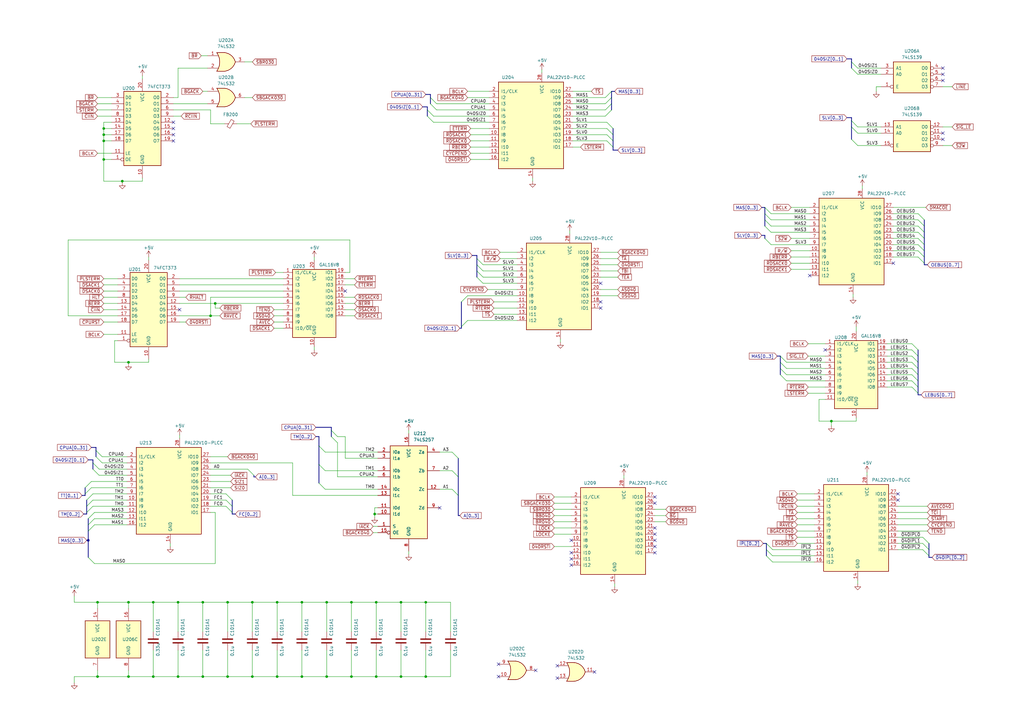
<source format=kicad_sch>
(kicad_sch (version 20230121) (generator eeschema)
  (paper "A3")
  (title_block (title "OpenA3640") (date "2023-09-13") (rev "1") (company "Griffin Retro"))
  (junction (at 93.345 277.495))
  (junction (at 340.995 172.72))
  (junction (at 174.625 277.495))
  (junction (at 52.705 247.015))
  (junction (at 154.305 277.495))
  (junction (at 42.545 57.785))
  (junction (at 103.505 277.495))
  (junction (at 52.705 148.59))
  (junction (at 50.165 74.295))
  (junction (at 103.505 247.015))
  (junction (at 40.005 277.495))
  (junction (at 144.145 247.015))
  (junction (at 42.545 52.705))
  (junction (at 164.465 277.495))
  (junction (at 62.865 247.015))
  (junction (at 83.185 277.495))
  (junction (at 36.195 221.615))
  (junction (at 153.67 210.82))
  (junction (at 40.005 247.015))
  (junction (at 144.145 277.495))
  (junction (at 62.865 277.495))
  (junction (at 42.545 65.405))
  (junction (at 73.025 277.495))
  (junction (at 154.305 247.015))
  (junction (at 86.36 129.54))
  (junction (at 88.265 124.46))
  (junction (at 123.825 247.015))
  (junction (at 42.545 55.245))
  (junction (at 113.665 247.015))
  (junction (at 73.025 247.015))
  (junction (at 133.985 247.015))
  (junction (at 133.985 277.495))
  (junction (at 83.185 247.015))
  (junction (at 113.665 277.495))
  (junction (at 52.705 277.495))
  (junction (at 123.825 277.495))
  (junction (at 164.465 247.015))
  (junction (at 174.625 247.015))
  (junction (at 93.345 247.015))
  (no_connect (at 246.38 116.205))
  (no_connect (at 228.6 273.05))
  (no_connect (at 386.715 57.15))
  (no_connect (at 268.605 203.835))
  (no_connect (at 71.12 50.165))
  (no_connect (at 268.605 224.155))
  (no_connect (at 243.84 275.59))
  (no_connect (at 180.34 208.28))
  (no_connect (at 268.605 226.695))
  (no_connect (at 234.315 231.775))
  (no_connect (at 219.71 274.955))
  (no_connect (at 368.3 205.105))
  (no_connect (at 368.3 202.565))
  (no_connect (at 268.605 219.075))
  (no_connect (at 246.38 126.365))
  (no_connect (at 234.315 229.235))
  (no_connect (at 268.605 206.375))
  (no_connect (at 71.12 57.785))
  (no_connect (at 366.395 107.95))
  (no_connect (at 386.715 33.02))
  (no_connect (at 338.455 143.51))
  (no_connect (at 332.105 113.03))
  (no_connect (at 204.47 272.415))
  (no_connect (at 268.605 216.535))
  (no_connect (at 71.12 55.245))
  (no_connect (at 73.66 127))
  (no_connect (at 268.605 221.615))
  (no_connect (at 71.12 52.705))
  (no_connect (at 386.715 30.48))
  (no_connect (at 246.38 123.825))
  (no_connect (at 141.605 119.38))
  (no_connect (at 234.315 226.695))
  (no_connect (at 386.715 54.61))
  (no_connect (at 386.715 27.94))
  (no_connect (at 204.47 277.495))
  (no_connect (at 228.6 278.13))
  (no_connect (at 234.315 221.615))
  (bus_entry (at 349.25 57.15) (size 2.54 2.54))
  (bus_entry (at 376.555 92.71) (size 2.54 2.54))
  (bus_entry (at 313.69 85.09) (size 2.54 2.54))
  (bus_entry (at 320.04 153.67) (size 2.54 2.54))
  (bus_entry (at 376.555 87.63) (size 2.54 2.54))
  (bus_entry (at 38.1 202.565) (size -2.54 2.54))
  (bus_entry (at 378.46 222.885) (size 2.54 2.54))
  (bus_entry (at 251.46 52.705) (size -2.54 -2.54))
  (bus_entry (at 374.015 143.51) (size 2.54 2.54))
  (bus_entry (at 250.825 42.545) (size -2.54 2.54))
  (bus_entry (at 175.26 45.085) (size 2.54 2.54))
  (bus_entry (at 176.53 42.545) (size 2.54 2.54))
  (bus_entry (at 92.71 207.645) (size 2.54 2.54))
  (bus_entry (at 189.23 123.825) (size 2.54 -2.54))
  (bus_entry (at 38.1 192.405) (size 2.54 2.54))
  (bus_entry (at 36.195 228.6) (size 2.54 2.54))
  (bus_entry (at 320.04 151.13) (size 2.54 2.54))
  (bus_entry (at 185.42 185.42) (size 2.54 2.54))
  (bus_entry (at 38.1 205.105) (size -2.54 2.54))
  (bus_entry (at 314.325 222.885) (size 2.54 2.54))
  (bus_entry (at 320.04 148.59) (size 2.54 2.54))
  (bus_entry (at 313.69 87.63) (size 2.54 2.54))
  (bus_entry (at 195.58 113.665) (size 2.54 2.54))
  (bus_entry (at 92.71 202.565) (size 2.54 2.54))
  (bus_entry (at 376.555 97.79) (size 2.54 2.54))
  (bus_entry (at 349.25 25.4) (size 2.54 2.54))
  (bus_entry (at 376.555 95.25) (size 2.54 2.54))
  (bus_entry (at 250.825 40.005) (size -2.54 2.54))
  (bus_entry (at 320.04 146.05) (size 2.54 2.54))
  (bus_entry (at 374.015 151.13) (size 2.54 2.54))
  (bus_entry (at 349.25 27.94) (size 2.54 2.54))
  (bus_entry (at 250.825 37.465) (size -2.54 2.54))
  (bus_entry (at 185.42 193.04) (size 2.54 2.54))
  (bus_entry (at 133.35 193.04) (size -2.54 -2.54))
  (bus_entry (at 314.325 225.425) (size 2.54 2.54))
  (bus_entry (at 251.46 55.245) (size -2.54 -2.54))
  (bus_entry (at 39.37 187.325) (size 2.54 2.54))
  (bus_entry (at 374.015 158.75) (size 2.54 2.54))
  (bus_entry (at 38.1 189.865) (size 2.54 2.54))
  (bus_entry (at 185.42 200.66) (size 2.54 2.54))
  (bus_entry (at 374.015 156.21) (size 2.54 2.54))
  (bus_entry (at 251.46 57.785) (size -2.54 -2.54))
  (bus_entry (at 313.69 90.17) (size 2.54 2.54))
  (bus_entry (at 101.6 192.405) (size 2.54 2.54))
  (bus_entry (at 37.465 200.025) (size -2.54 2.54))
  (bus_entry (at 39.37 184.785) (size 2.54 2.54))
  (bus_entry (at 133.35 200.66) (size -2.54 -2.54))
  (bus_entry (at 374.015 140.97) (size 2.54 2.54))
  (bus_entry (at 250.825 45.085) (size -2.54 2.54))
  (bus_entry (at 376.555 102.87) (size 2.54 2.54))
  (bus_entry (at 195.58 106.045) (size 2.54 2.54))
  (bus_entry (at 189.23 133.985) (size 2.54 -2.54))
  (bus_entry (at 195.58 111.125) (size 2.54 2.54))
  (bus_entry (at 251.46 60.325) (size -2.54 -2.54))
  (bus_entry (at 349.25 52.07) (size 2.54 2.54))
  (bus_entry (at 38.1 207.645) (size -2.54 2.54))
  (bus_entry (at 176.53 40.005) (size 2.54 2.54))
  (bus_entry (at 135.89 179.07) (size 2.54 2.54))
  (bus_entry (at 374.015 148.59) (size 2.54 2.54))
  (bus_entry (at 374.015 153.67) (size 2.54 2.54))
  (bus_entry (at 378.46 225.425) (size 2.54 2.54))
  (bus_entry (at 92.71 205.105) (size 2.54 2.54))
  (bus_entry (at 376.555 105.41) (size 2.54 2.54))
  (bus_entry (at 36.195 217.805) (size 2.54 -2.54))
  (bus_entry (at 313.69 92.71) (size 2.54 2.54))
  (bus_entry (at 195.58 108.585) (size 2.54 2.54))
  (bus_entry (at 37.465 197.485) (size -2.54 2.54))
  (bus_entry (at 376.555 90.17) (size 2.54 2.54))
  (bus_entry (at 135.89 176.53) (size 2.54 2.54))
  (bus_entry (at 36.195 212.725) (size 2.54 -2.54))
  (bus_entry (at 374.015 146.05) (size 2.54 2.54))
  (bus_entry (at 133.35 185.42) (size -2.54 -2.54))
  (bus_entry (at 36.195 215.265) (size 2.54 -2.54))
  (bus_entry (at 378.46 220.345) (size 2.54 2.54))
  (bus_entry (at 313.69 97.79) (size 2.54 2.54))
  (bus_entry (at 349.25 49.53) (size 2.54 2.54))
  (bus_entry (at 376.555 100.33) (size 2.54 2.54))
  (bus_entry (at 314.325 227.965) (size 2.54 2.54))
  (bus_entry (at 175.26 47.625) (size 2.54 2.54))
  (bus (pts (xy 187.96 195.58) (xy 187.96 203.2)))
  (wire (pts (xy 42.545 57.785) (xy 42.545 65.405)))
  (wire (pts (xy 177.8 50.165) (xy 200.66 50.165)))
  (wire (pts (xy 62.865 247.015) (xy 62.865 259.08)))
  (wire (pts (xy 222.25 28.575) (xy 222.25 29.845)))
  (wire (pts (xy 83.185 247.015) (xy 73.025 247.015)))
  (bus (pts (xy 129.54 175.26) (xy 135.89 175.26)))
  (wire (pts (xy 52.705 247.015) (xy 40.005 247.015)))
  (wire (pts (xy 386.715 35.56) (xy 390.525 35.56)))
  (wire (pts (xy 327.025 212.725) (xy 334.01 212.725)))
  (wire (pts (xy 88.265 210.185) (xy 86.36 210.185)))
  (wire (pts (xy 164.465 266.7) (xy 164.465 277.495)))
  (wire (pts (xy 316.865 227.965) (xy 334.01 227.965)))
  (wire (pts (xy 380.365 207.645) (xy 368.3 207.645)))
  (bus (pts (xy 349.25 27.94) (xy 349.25 25.4)))
  (wire (pts (xy 141.605 127) (xy 145.415 127)))
  (wire (pts (xy 180.34 200.66) (xy 185.42 200.66)))
  (wire (pts (xy 229.87 139.065) (xy 229.87 140.335)))
  (bus (pts (xy 187.96 203.2) (xy 187.96 211.455)))
  (wire (pts (xy 316.865 230.505) (xy 334.01 230.505)))
  (wire (pts (xy 86.36 192.405) (xy 101.6 192.405)))
  (wire (pts (xy 42.545 52.705) (xy 42.545 55.245)))
  (bus (pts (xy 175.26 47.625) (xy 175.26 45.085)))
  (bus (pts (xy 320.04 148.59) (xy 320.04 146.05)))
  (wire (pts (xy 174.625 277.495) (xy 164.465 277.495)))
  (wire (pts (xy 86.36 189.865) (xy 120.015 189.865)))
  (wire (pts (xy 141.605 116.84) (xy 145.415 116.84)))
  (wire (pts (xy 327.025 217.805) (xy 334.01 217.805)))
  (wire (pts (xy 52.705 148.59) (xy 52.705 149.225)))
  (wire (pts (xy 353.695 76.2) (xy 353.695 77.47)))
  (wire (pts (xy 141.605 187.96) (xy 154.94 187.96)))
  (wire (pts (xy 363.855 143.51) (xy 374.015 143.51)))
  (wire (pts (xy 73.66 114.3) (xy 116.205 114.3)))
  (wire (pts (xy 202.565 123.825) (xy 212.09 123.825)))
  (bus (pts (xy 251.46 57.785) (xy 251.46 60.325)))
  (wire (pts (xy 141.605 111.76) (xy 143.51 111.76)))
  (wire (pts (xy 193.04 52.705) (xy 200.66 52.705)))
  (bus (pts (xy 381 225.425) (xy 381 227.965)))
  (wire (pts (xy 351.79 54.61) (xy 361.315 54.61)))
  (wire (pts (xy 94.615 200.025) (xy 86.36 200.025)))
  (wire (pts (xy 179.07 42.545) (xy 200.66 42.545)))
  (wire (pts (xy 193.04 55.245) (xy 200.66 55.245)))
  (wire (pts (xy 40.005 47.625) (xy 45.72 47.625)))
  (wire (pts (xy 355.6 193.675) (xy 355.6 194.945)))
  (wire (pts (xy 60.96 147.32) (xy 60.96 148.59)))
  (wire (pts (xy 253.365 103.505) (xy 246.38 103.505)))
  (wire (pts (xy 93.345 187.325) (xy 86.36 187.325)))
  (wire (pts (xy 193.04 62.865) (xy 200.66 62.865)))
  (wire (pts (xy 62.865 266.7) (xy 62.865 277.495)))
  (wire (pts (xy 316.23 92.71) (xy 332.105 92.71)))
  (bus (pts (xy 379.095 105.41) (xy 379.095 107.95)))
  (wire (pts (xy 103.505 277.495) (xy 93.345 277.495)))
  (wire (pts (xy 366.395 87.63) (xy 376.555 87.63)))
  (bus (pts (xy 250.825 42.545) (xy 250.825 40.005)))
  (wire (pts (xy 366.395 95.25) (xy 376.555 95.25)))
  (wire (pts (xy 273.05 213.995) (xy 268.605 213.995)))
  (bus (pts (xy 376.555 161.29) (xy 376.555 161.925)))
  (wire (pts (xy 363.855 148.59) (xy 374.015 148.59)))
  (wire (pts (xy 164.465 247.015) (xy 164.465 259.08)))
  (wire (pts (xy 174.625 247.015) (xy 164.465 247.015)))
  (wire (pts (xy 322.58 151.13) (xy 338.455 151.13)))
  (wire (pts (xy 73.025 277.495) (xy 62.865 277.495)))
  (bus (pts (xy 176.53 42.545) (xy 176.53 40.005)))
  (bus (pts (xy 313.69 90.17) (xy 313.69 87.63)))
  (wire (pts (xy 202.565 128.905) (xy 212.09 128.905)))
  (wire (pts (xy 88.265 124.46) (xy 116.205 124.46)))
  (wire (pts (xy 93.345 247.015) (xy 83.185 247.015)))
  (wire (pts (xy 184.785 266.7) (xy 184.785 277.495)))
  (wire (pts (xy 46.99 139.7) (xy 48.26 139.7)))
  (bus (pts (xy 193.675 104.775) (xy 195.58 104.775)))
  (wire (pts (xy 153.67 210.82) (xy 153.67 212.09)))
  (wire (pts (xy 191.77 40.005) (xy 200.66 40.005)))
  (wire (pts (xy 42.545 116.84) (xy 48.26 116.84)))
  (wire (pts (xy 380.365 212.725) (xy 368.3 212.725)))
  (wire (pts (xy 331.47 140.97) (xy 338.455 140.97)))
  (wire (pts (xy 386.715 52.07) (xy 390.525 52.07)))
  (bus (pts (xy 379.095 100.33) (xy 379.095 102.87)))
  (wire (pts (xy 38.1 202.565) (xy 52.07 202.565)))
  (bus (pts (xy 130.81 182.88) (xy 130.81 190.5)))
  (bus (pts (xy 379.095 92.71) (xy 379.095 95.25)))
  (wire (pts (xy 349.885 120.65) (xy 349.885 121.92)))
  (wire (pts (xy 253.365 113.665) (xy 246.38 113.665)))
  (wire (pts (xy 366.395 102.87) (xy 376.555 102.87)))
  (wire (pts (xy 202.565 126.365) (xy 212.09 126.365)))
  (bus (pts (xy 250.825 40.005) (xy 250.825 37.465)))
  (bus (pts (xy 35.56 207.645) (xy 35.56 210.185)))
  (wire (pts (xy 40.005 247.015) (xy 30.48 247.015)))
  (wire (pts (xy 198.12 108.585) (xy 212.09 108.585)))
  (wire (pts (xy 143.51 98.425) (xy 27.94 98.425)))
  (bus (pts (xy 376.555 151.13) (xy 376.555 153.67)))
  (wire (pts (xy 42.545 74.295) (xy 42.545 65.405)))
  (wire (pts (xy 62.865 247.015) (xy 52.705 247.015)))
  (wire (pts (xy 113.665 266.7) (xy 113.665 277.495)))
  (bus (pts (xy 195.58 108.585) (xy 195.58 106.045)))
  (wire (pts (xy 351.155 171.45) (xy 351.155 172.72)))
  (wire (pts (xy 128.905 142.24) (xy 128.905 143.51)))
  (wire (pts (xy 331.47 146.05) (xy 338.455 146.05)))
  (wire (pts (xy 248.92 50.165) (xy 234.95 50.165)))
  (bus (pts (xy 35.56 205.105) (xy 35.56 207.645)))
  (wire (pts (xy 252.095 239.395) (xy 252.095 240.665)))
  (wire (pts (xy 227.33 219.075) (xy 234.315 219.075)))
  (wire (pts (xy 366.395 97.79) (xy 376.555 97.79)))
  (wire (pts (xy 112.395 132.08) (xy 116.205 132.08)))
  (wire (pts (xy 141.605 114.3) (xy 145.415 114.3)))
  (wire (pts (xy 164.465 247.015) (xy 154.305 247.015)))
  (bus (pts (xy 95.25 210.185) (xy 95.25 210.82)))
  (wire (pts (xy 52.705 274.955) (xy 52.705 277.495)))
  (wire (pts (xy 316.23 87.63) (xy 332.105 87.63)))
  (wire (pts (xy 113.665 277.495) (xy 103.505 277.495)))
  (bus (pts (xy 39.37 184.785) (xy 39.37 183.515)))
  (wire (pts (xy 120.015 189.865) (xy 120.015 203.2)))
  (wire (pts (xy 123.825 247.015) (xy 113.665 247.015)))
  (wire (pts (xy 86.36 129.54) (xy 90.17 129.54)))
  (wire (pts (xy 42.545 119.38) (xy 48.26 119.38)))
  (wire (pts (xy 42.545 137.16) (xy 48.26 137.16)))
  (bus (pts (xy 34.925 203.2) (xy 33.655 203.2)))
  (wire (pts (xy 83.185 37.465) (xy 85.09 37.465)))
  (wire (pts (xy 144.145 266.7) (xy 144.145 277.495)))
  (wire (pts (xy 351.79 27.94) (xy 361.315 27.94)))
  (wire (pts (xy 42.545 55.245) (xy 45.72 55.245)))
  (wire (pts (xy 386.715 59.69) (xy 390.525 59.69)))
  (bus (pts (xy 173.355 43.815) (xy 175.26 43.815)))
  (wire (pts (xy 123.825 266.7) (xy 123.825 277.495)))
  (wire (pts (xy 37.465 197.485) (xy 52.07 197.485)))
  (wire (pts (xy 322.58 153.67) (xy 338.455 153.67)))
  (wire (pts (xy 83.185 266.7) (xy 83.185 277.495)))
  (wire (pts (xy 322.58 148.59) (xy 338.455 148.59)))
  (bus (pts (xy 250.825 45.085) (xy 250.825 42.545)))
  (wire (pts (xy 60.96 105.41) (xy 60.96 106.68)))
  (wire (pts (xy 234.95 47.625) (xy 248.285 47.625)))
  (wire (pts (xy 340.995 172.72) (xy 340.995 174.625)))
  (wire (pts (xy 37.465 200.025) (xy 52.07 200.025)))
  (wire (pts (xy 184.785 247.015) (xy 174.625 247.015)))
  (wire (pts (xy 27.94 129.54) (xy 48.26 129.54)))
  (wire (pts (xy 133.985 247.015) (xy 123.825 247.015)))
  (wire (pts (xy 86.36 207.645) (xy 92.71 207.645)))
  (wire (pts (xy 71.12 42.545) (xy 85.09 42.545)))
  (bus (pts (xy 36.195 215.265) (xy 36.195 217.805)))
  (wire (pts (xy 40.64 194.945) (xy 52.07 194.945)))
  (bus (pts (xy 189.23 123.825) (xy 189.23 133.985)))
  (wire (pts (xy 38.735 212.725) (xy 52.07 212.725)))
  (wire (pts (xy 193.04 57.785) (xy 200.66 57.785)))
  (wire (pts (xy 42.545 124.46) (xy 48.26 124.46)))
  (bus (pts (xy 320.04 151.13) (xy 320.04 148.59)))
  (bus (pts (xy 176.53 40.005) (xy 176.53 38.735)))
  (wire (pts (xy 112.395 134.62) (xy 116.205 134.62)))
  (bus (pts (xy 314.325 227.965) (xy 314.325 225.425)))
  (wire (pts (xy 227.33 206.375) (xy 234.315 206.375)))
  (wire (pts (xy 174.625 266.7) (xy 174.625 277.495)))
  (wire (pts (xy 255.905 194.945) (xy 255.905 196.215)))
  (wire (pts (xy 83.185 247.015) (xy 83.185 259.08)))
  (wire (pts (xy 30.48 247.015) (xy 30.48 244.475)))
  (wire (pts (xy 90.17 126.365) (xy 88.265 126.365)))
  (wire (pts (xy 42.545 132.08) (xy 48.26 132.08)))
  (bus (pts (xy 35.56 210.82) (xy 34.29 210.82)))
  (bus (pts (xy 36.195 221.615) (xy 36.195 228.6)))
  (bus (pts (xy 379.095 97.79) (xy 379.095 100.33)))
  (wire (pts (xy 86.36 129.54) (xy 86.36 121.92)))
  (wire (pts (xy 233.68 94.615) (xy 233.68 95.885)))
  (wire (pts (xy 73.025 266.7) (xy 73.025 277.495)))
  (bus (pts (xy 251.46 55.245) (xy 251.46 52.705)))
  (bus (pts (xy 313.055 222.885) (xy 314.325 222.885)))
  (wire (pts (xy 123.825 277.495) (xy 113.665 277.495)))
  (bus (pts (xy 36.195 221.615) (xy 35.56 221.615)))
  (wire (pts (xy 60.96 148.59) (xy 52.705 148.59)))
  (wire (pts (xy 200.025 118.745) (xy 212.09 118.745)))
  (wire (pts (xy 316.23 100.33) (xy 332.105 100.33)))
  (wire (pts (xy 86.36 50.8) (xy 92.075 50.8)))
  (wire (pts (xy 205.105 103.505) (xy 212.09 103.505)))
  (bus (pts (xy 381 227.965) (xy 381 228.6)))
  (bus (pts (xy 35.56 210.185) (xy 35.56 210.82)))
  (wire (pts (xy 133.35 185.42) (xy 154.94 185.42)))
  (wire (pts (xy 363.855 158.75) (xy 374.015 158.75)))
  (wire (pts (xy 198.12 116.205) (xy 212.09 116.205)))
  (wire (pts (xy 73.66 119.38) (xy 116.205 119.38)))
  (wire (pts (xy 327.025 222.885) (xy 334.01 222.885)))
  (wire (pts (xy 141.605 124.46) (xy 145.415 124.46)))
  (bus (pts (xy 187.96 211.455) (xy 188.595 211.455)))
  (wire (pts (xy 133.985 247.015) (xy 133.985 259.08)))
  (bus (pts (xy 104.14 195.58) (xy 104.775 195.58)))
  (wire (pts (xy 227.33 203.835) (xy 234.315 203.835)))
  (wire (pts (xy 73.025 247.015) (xy 62.865 247.015)))
  (wire (pts (xy 40.005 247.015) (xy 40.005 249.555)))
  (wire (pts (xy 198.12 111.125) (xy 212.09 111.125)))
  (bus (pts (xy 376.555 143.51) (xy 376.555 146.05)))
  (wire (pts (xy 180.34 193.04) (xy 185.42 193.04)))
  (bus (pts (xy 36.195 212.725) (xy 36.195 215.265)))
  (wire (pts (xy 193.04 65.405) (xy 200.66 65.405)))
  (wire (pts (xy 248.285 45.085) (xy 234.95 45.085)))
  (wire (pts (xy 363.855 153.67) (xy 374.015 153.67)))
  (wire (pts (xy 73.66 124.46) (xy 88.265 124.46)))
  (wire (pts (xy 103.505 266.7) (xy 103.505 277.495)))
  (wire (pts (xy 42.545 50.165) (xy 42.545 52.705)))
  (wire (pts (xy 248.92 52.705) (xy 234.95 52.705)))
  (wire (pts (xy 180.34 185.42) (xy 185.42 185.42)))
  (wire (pts (xy 88.265 126.365) (xy 88.265 124.46)))
  (wire (pts (xy 113.665 247.015) (xy 103.505 247.015)))
  (wire (pts (xy 324.485 110.49) (xy 332.105 110.49)))
  (bus (pts (xy 376.555 161.925) (xy 377.825 161.925)))
  (wire (pts (xy 86.36 194.945) (xy 94.615 194.945)))
  (wire (pts (xy 184.785 247.015) (xy 184.785 259.08)))
  (wire (pts (xy 324.485 105.41) (xy 332.105 105.41)))
  (bus (pts (xy 381 222.885) (xy 381 225.425)))
  (bus (pts (xy 130.81 198.12) (xy 130.81 190.5)))
  (wire (pts (xy 238.125 60.325) (xy 234.95 60.325)))
  (bus (pts (xy 313.69 92.71) (xy 313.69 90.17)))
  (wire (pts (xy 69.85 222.885) (xy 69.85 224.155)))
  (bus (pts (xy 195.58 111.125) (xy 195.58 113.665)))
  (bus (pts (xy 39.37 187.325) (xy 39.37 184.785)))
  (wire (pts (xy 184.785 277.495) (xy 174.625 277.495)))
  (bus (pts (xy 379.095 107.95) (xy 379.095 108.585)))
  (wire (pts (xy 253.365 106.045) (xy 246.38 106.045)))
  (wire (pts (xy 351.155 172.72) (xy 340.995 172.72)))
  (wire (pts (xy 322.58 156.21) (xy 338.455 156.21)))
  (wire (pts (xy 40.005 42.545) (xy 45.72 42.545)))
  (wire (pts (xy 366.395 90.17) (xy 376.555 90.17)))
  (wire (pts (xy 42.545 114.3) (xy 48.26 114.3)))
  (wire (pts (xy 93.345 247.015) (xy 93.345 259.08)))
  (wire (pts (xy 154.305 247.015) (xy 144.145 247.015)))
  (bus (pts (xy 313.69 97.79) (xy 313.69 96.52)))
  (wire (pts (xy 253.365 111.125) (xy 246.38 111.125)))
  (bus (pts (xy 349.25 49.53) (xy 349.25 48.26)))
  (wire (pts (xy 50.165 74.295) (xy 42.545 74.295)))
  (bus (pts (xy 379.095 95.25) (xy 379.095 97.79)))
  (wire (pts (xy 191.77 121.285) (xy 212.09 121.285)))
  (bus (pts (xy 376.555 158.75) (xy 376.555 161.29)))
  (wire (pts (xy 38.1 207.645) (xy 52.07 207.645)))
  (wire (pts (xy 143.51 111.76) (xy 143.51 98.425)))
  (wire (pts (xy 45.72 50.165) (xy 42.545 50.165)))
  (wire (pts (xy 138.43 195.58) (xy 154.94 195.58)))
  (wire (pts (xy 253.365 121.285) (xy 246.38 121.285)))
  (wire (pts (xy 366.395 92.71) (xy 376.555 92.71)))
  (wire (pts (xy 100.33 40.005) (xy 103.505 40.005)))
  (wire (pts (xy 379.73 85.09) (xy 366.395 85.09)))
  (bus (pts (xy 135.89 175.26) (xy 135.89 176.53)))
  (wire (pts (xy 327.025 210.185) (xy 334.01 210.185)))
  (wire (pts (xy 42.545 52.705) (xy 45.72 52.705)))
  (wire (pts (xy 324.485 97.79) (xy 332.105 97.79)))
  (wire (pts (xy 368.3 220.345) (xy 378.46 220.345)))
  (wire (pts (xy 153.67 210.82) (xy 154.94 210.82)))
  (wire (pts (xy 86.36 121.92) (xy 116.205 121.92)))
  (bus (pts (xy 135.89 176.53) (xy 135.89 179.07)))
  (bus (pts (xy 188.595 134.62) (xy 189.23 134.62)))
  (bus (pts (xy 349.25 52.07) (xy 349.25 49.53)))
  (bus (pts (xy 36.195 217.805) (xy 36.195 221.615)))
  (wire (pts (xy 71.12 40.005) (xy 73.025 40.005)))
  (wire (pts (xy 42.545 65.405) (xy 45.72 65.405)))
  (wire (pts (xy 141.605 121.92) (xy 145.415 121.92)))
  (wire (pts (xy 363.855 140.97) (xy 374.015 140.97)))
  (bus (pts (xy 252.095 37.465) (xy 250.825 37.465)))
  (wire (pts (xy 103.505 247.015) (xy 103.505 259.08)))
  (bus (pts (xy 95.25 210.82) (xy 96.52 210.82)))
  (wire (pts (xy 58.42 73.025) (xy 58.42 74.295)))
  (wire (pts (xy 133.985 277.495) (xy 123.825 277.495)))
  (wire (pts (xy 38.735 215.265) (xy 52.07 215.265)))
  (wire (pts (xy 227.33 208.915) (xy 234.315 208.915)))
  (wire (pts (xy 366.395 105.41) (xy 376.555 105.41)))
  (wire (pts (xy 380.365 217.805) (xy 368.3 217.805)))
  (wire (pts (xy 58.42 31.115) (xy 58.42 32.385)))
  (wire (pts (xy 52.705 277.495) (xy 40.005 277.495)))
  (wire (pts (xy 363.855 156.21) (xy 374.015 156.21)))
  (wire (pts (xy 82.55 22.86) (xy 85.09 22.86)))
  (wire (pts (xy 141.605 129.54) (xy 145.415 129.54)))
  (wire (pts (xy 73.66 129.54) (xy 86.36 129.54)))
  (wire (pts (xy 154.305 277.495) (xy 144.145 277.495)))
  (wire (pts (xy 380.365 215.265) (xy 368.3 215.265)))
  (wire (pts (xy 366.395 100.33) (xy 376.555 100.33)))
  (wire (pts (xy 141.605 179.07) (xy 141.605 187.96)))
  (wire (pts (xy 144.145 247.015) (xy 144.145 259.08)))
  (wire (pts (xy 73.025 40.005) (xy 73.025 27.94)))
  (bus (pts (xy 376.555 146.05) (xy 376.555 148.59)))
  (bus (pts (xy 95.25 207.645) (xy 95.25 210.185)))
  (wire (pts (xy 351.79 238.125) (xy 351.79 239.395)))
  (wire (pts (xy 359.41 37.465) (xy 359.41 35.56)))
  (wire (pts (xy 227.33 224.155) (xy 234.315 224.155)))
  (wire (pts (xy 331.47 161.29) (xy 338.455 161.29)))
  (bus (pts (xy 130.81 179.07) (xy 130.81 182.88)))
  (wire (pts (xy 153.67 208.28) (xy 153.67 210.82)))
  (bus (pts (xy 36.195 188.595) (xy 38.1 188.595)))
  (bus (pts (xy 313.69 87.63) (xy 313.69 85.09)))
  (wire (pts (xy 327.025 220.345) (xy 334.01 220.345)))
  (wire (pts (xy 327.025 207.645) (xy 334.01 207.645)))
  (wire (pts (xy 324.485 85.09) (xy 332.105 85.09)))
  (wire (pts (xy 227.33 213.995) (xy 234.315 213.995)))
  (wire (pts (xy 368.3 225.425) (xy 378.46 225.425)))
  (bus (pts (xy 349.25 52.07) (xy 349.25 57.15)))
  (bus (pts (xy 104.14 194.945) (xy 104.14 195.58)))
  (bus (pts (xy 175.26 45.085) (xy 175.26 43.815)))
  (wire (pts (xy 50.165 74.295) (xy 50.165 74.93)))
  (bus (pts (xy 381 228.6) (xy 382.27 228.6)))
  (wire (pts (xy 177.8 47.625) (xy 200.66 47.625)))
  (bus (pts (xy 130.81 179.07) (xy 129.54 179.07)))
  (wire (pts (xy 38.1 205.105) (xy 52.07 205.105)))
  (wire (pts (xy 94.615 197.485) (xy 86.36 197.485)))
  (wire (pts (xy 73.66 132.08) (xy 76.2 132.08)))
  (wire (pts (xy 227.33 211.455) (xy 234.315 211.455)))
  (wire (pts (xy 193.04 60.325) (xy 200.66 60.325)))
  (wire (pts (xy 340.995 172.72) (xy 335.915 172.72)))
  (wire (pts (xy 62.865 277.495) (xy 52.705 277.495)))
  (wire (pts (xy 248.285 42.545) (xy 234.95 42.545)))
  (bus (pts (xy 251.46 57.785) (xy 251.46 55.245)))
  (bus (pts (xy 347.345 48.26) (xy 349.25 48.26)))
  (wire (pts (xy 363.855 151.13) (xy 374.015 151.13)))
  (wire (pts (xy 88.265 231.14) (xy 88.265 210.185)))
  (wire (pts (xy 41.91 187.325) (xy 52.07 187.325)))
  (wire (pts (xy 327.025 215.265) (xy 334.01 215.265)))
  (wire (pts (xy 273.05 211.455) (xy 268.605 211.455)))
  (wire (pts (xy 248.92 55.245) (xy 234.95 55.245)))
  (bus (pts (xy 320.04 153.67) (xy 320.04 151.13)))
  (wire (pts (xy 273.05 208.915) (xy 268.605 208.915)))
  (wire (pts (xy 205.105 106.045) (xy 212.09 106.045)))
  (wire (pts (xy 113.03 111.76) (xy 116.205 111.76)))
  (wire (pts (xy 93.345 266.7) (xy 93.345 277.495)))
  (wire (pts (xy 167.64 176.53) (xy 167.64 177.8)))
  (wire (pts (xy 40.005 45.085) (xy 45.72 45.085)))
  (wire (pts (xy 144.145 247.015) (xy 133.985 247.015)))
  (wire (pts (xy 191.77 37.465) (xy 200.66 37.465)))
  (wire (pts (xy 27.94 98.425) (xy 27.94 129.54)))
  (wire (pts (xy 123.825 247.015) (xy 123.825 259.08)))
  (bus (pts (xy 376.555 156.21) (xy 376.555 158.75)))
  (wire (pts (xy 112.395 127) (xy 116.205 127)))
  (bus (pts (xy 318.77 146.05) (xy 320.04 146.05)))
  (wire (pts (xy 316.23 95.25) (xy 332.105 95.25)))
  (wire (pts (xy 100.33 25.4) (xy 103.505 25.4)))
  (wire (pts (xy 133.985 266.7) (xy 133.985 277.495)))
  (bus (pts (xy 349.25 25.4) (xy 349.25 24.13)))
  (bus (pts (xy 34.925 202.565) (xy 34.925 203.2)))
  (wire (pts (xy 331.47 158.75) (xy 338.455 158.75)))
  (wire (pts (xy 154.94 208.28) (xy 153.67 208.28)))
  (wire (pts (xy 179.07 45.085) (xy 200.66 45.085)))
  (wire (pts (xy 153.035 215.9) (xy 154.94 215.9)))
  (wire (pts (xy 30.48 277.495) (xy 30.48 280.035)))
  (wire (pts (xy 316.865 225.425) (xy 334.01 225.425)))
  (wire (pts (xy 324.485 102.87) (xy 332.105 102.87)))
  (wire (pts (xy 144.145 277.495) (xy 133.985 277.495)))
  (wire (pts (xy 42.545 127) (xy 48.26 127)))
  (wire (pts (xy 198.12 113.665) (xy 212.09 113.665)))
  (wire (pts (xy 227.33 216.535) (xy 234.315 216.535)))
  (wire (pts (xy 154.305 266.7) (xy 154.305 277.495)))
  (wire (pts (xy 97.155 50.8) (xy 102.87 50.8)))
  (bus (pts (xy 34.925 200.025) (xy 34.925 202.565)))
  (bus (pts (xy 189.23 133.985) (xy 189.23 134.62)))
  (bus (pts (xy 174.625 38.735) (xy 176.53 38.735)))
  (wire (pts (xy 153.035 218.44) (xy 154.94 218.44)))
  (bus (pts (xy 95.25 205.105) (xy 95.25 207.645)))
  (wire (pts (xy 41.91 189.865) (xy 52.07 189.865)))
  (wire (pts (xy 52.705 249.555) (xy 52.705 247.015)))
  (wire (pts (xy 73.025 27.94) (xy 85.09 27.94)))
  (wire (pts (xy 138.43 181.61) (xy 138.43 195.58)))
  (wire (pts (xy 351.79 59.69) (xy 361.315 59.69)))
  (bus (pts (xy 38.1 189.865) (xy 38.1 188.595)))
  (wire (pts (xy 38.735 231.14) (xy 88.265 231.14)))
  (wire (pts (xy 128.905 105.41) (xy 128.905 106.68)))
  (wire (pts (xy 73.025 247.015) (xy 73.025 259.08)))
  (wire (pts (xy 40.005 274.955) (xy 40.005 277.495)))
  (wire (pts (xy 359.41 35.56) (xy 361.315 35.56)))
  (wire (pts (xy 248.92 57.785) (xy 234.95 57.785)))
  (wire (pts (xy 120.015 203.2) (xy 154.94 203.2)))
  (bus (pts (xy 376.555 153.67) (xy 376.555 156.21)))
  (wire (pts (xy 112.395 129.54) (xy 116.205 129.54)))
  (wire (pts (xy 42.545 55.245) (xy 42.545 57.785)))
  (wire (pts (xy 380.365 210.185) (xy 368.3 210.185)))
  (wire (pts (xy 93.345 277.495) (xy 83.185 277.495)))
  (bus (pts (xy 312.42 96.52) (xy 313.69 96.52)))
  (wire (pts (xy 327.025 205.105) (xy 334.01 205.105)))
  (wire (pts (xy 316.23 90.17) (xy 332.105 90.17)))
  (bus (pts (xy 312.42 85.09) (xy 313.69 85.09)))
  (wire (pts (xy 40.64 192.405) (xy 52.07 192.405)))
  (wire (pts (xy 335.915 163.83) (xy 335.915 172.72)))
  (bus (pts (xy 251.46 60.325) (xy 251.46 61.595)))
  (wire (pts (xy 368.3 222.885) (xy 378.46 222.885)))
  (wire (pts (xy 86.36 205.105) (xy 92.71 205.105)))
  (wire (pts (xy 242.57 37.465) (xy 234.95 37.465)))
  (bus (pts (xy 37.465 183.515) (xy 39.37 183.515)))
  (bus (pts (xy 187.96 187.96) (xy 187.96 195.58)))
  (wire (pts (xy 253.365 108.585) (xy 246.38 108.585)))
  (wire (pts (xy 86.36 50.8) (xy 86.36 45.085)))
  (bus (pts (xy 38.1 192.405) (xy 38.1 189.865)))
  (wire (pts (xy 363.855 146.05) (xy 374.015 146.05)))
  (wire (pts (xy 40.005 40.005) (xy 45.72 40.005)))
  (bus (pts (xy 347.345 24.13) (xy 349.25 24.13)))
  (bus (pts (xy 379.095 90.17) (xy 379.095 92.71)))
  (wire (pts (xy 42.545 57.785) (xy 45.72 57.785)))
  (wire (pts (xy 42.545 121.92) (xy 48.26 121.92)))
  (wire (pts (xy 133.35 193.04) (xy 154.94 193.04)))
  (bus (pts (xy 253.365 61.595) (xy 251.46 61.595)))
  (wire (pts (xy 86.36 202.565) (xy 92.71 202.565)))
  (wire (pts (xy 324.485 107.95) (xy 332.105 107.95)))
  (wire (pts (xy 52.705 148.59) (xy 46.99 148.59)))
  (wire (pts (xy 133.35 200.66) (xy 154.94 200.66)))
  (wire (pts (xy 338.455 163.83) (xy 335.915 163.83)))
  (wire (pts (xy 73.66 121.92) (xy 76.2 121.92)))
  (wire (pts (xy 86.36 45.085) (xy 71.12 45.085)))
  (wire (pts (xy 351.155 133.985) (xy 351.155 135.89)))
  (wire (pts (xy 52.07 210.185) (xy 38.735 210.185)))
  (wire (pts (xy 191.77 131.445) (xy 212.09 131.445)))
  (wire (pts (xy 73.66 178.435) (xy 73.66 179.705)))
  (wire (pts (xy 40.005 62.865) (xy 45.72 62.865)))
  (wire (pts (xy 154.305 247.015) (xy 154.305 259.08)))
  (wire (pts (xy 46.99 148.59) (xy 46.99 139.7)))
  (bus (pts (xy 376.555 148.59) (xy 376.555 151.13)))
  (wire (pts (xy 83.185 277.495) (xy 73.025 277.495)))
  (wire (pts (xy 40.005 277.495) (xy 30.48 277.495)))
  (wire (pts (xy 351.79 52.07) (xy 361.315 52.07)))
  (wire (pts (xy 103.505 247.015) (xy 93.345 247.015)))
  (wire (pts (xy 138.43 179.07) (xy 141.605 179.07)))
  (bus (pts (xy 314.325 225.425) (xy 314.325 222.885)))
  (wire (pts (xy 58.42 74.295) (xy 50.165 74.295)))
  (wire (pts (xy 71.12 47.625) (xy 74.295 47.625)))
  (bus (pts (xy 379.095 102.87) (xy 379.095 105.41)))
  (wire (pts (xy 73.66 116.84) (xy 116.205 116.84)))
  (wire (pts (xy 253.365 118.745) (xy 246.38 118.745)))
  (wire (pts (xy 248.285 40.005) (xy 234.95 40.005)))
  (wire (pts (xy 218.44 73.025) (xy 218.44 74.295)))
  (bus (pts (xy 379.095 108.585) (xy 380.365 108.585)))
  (bus (pts (xy 195.58 106.045) (xy 195.58 104.775)))
  (bus (pts (xy 195.58 108.585) (xy 195.58 111.125)))
  (wire (pts (xy 327.025 202.565) (xy 334.01 202.565)))
  (wire (pts (xy 167.64 226.06) (xy 167.64 227.33)))
  (wire (pts (xy 164.465 277.495) (xy 154.305 277.495)))
  (wire (pts (xy 351.79 30.48) (xy 361.315 30.48)))
  (wire (pts (xy 113.665 247.015) (xy 113.665 259.08)))
  (wire (pts (xy 174.625 247.015) (xy 174.625 259.08)))
  (label "OEBUS5" (at 367.665 100.33 0))
  (label "SLV0" (at 360.045 54.61 180))
  (label "TM2" (at 50.8 202.565 180))
  (label "040SIZ0" (at 50.8 192.405 180))
  (label "SLV0" (at 236.22 55.245 0))
  (label "~{040IPL0}" (at 369.57 220.345 0))
  (label "CPUA1" (at 50.8 189.865 180))
  (label "CPUA2" (at 153.67 195.58 180))
  (label "040SIZ1" (at 210.82 121.285 180))
  (label "A3" (at 181.61 185.42 0))
  (label "MAS0" (at 337.185 148.59 180))
  (label "LEBUS4" (at 365.125 151.13 0))
  (label "MAS1" (at 236.22 40.005 0))
  (label "TM2" (at 153.67 185.42 180))
  (label "TM1" (at 153.67 193.04 180))
  (label "LEBUS5" (at 365.125 153.67 0))
  (label "MAS1" (at 337.185 151.13 180))
  (label "FC0" (at 87.63 207.645 0))
  (label "SLV1" (at 210.82 111.125 180))
  (label "LEBUS7" (at 365.125 158.75 0))
  (label "MAS1" (at 330.835 90.17 180))
  (label "SLV3" (at 360.045 59.69 180))
  (label "MAS3" (at 50.8 210.185 180))
  (label "SLV3" (at 236.22 57.785 0))
  (label "~{IPL2}" (at 332.74 225.425 180))
  (label "MAS2" (at 236.22 45.085 0))
  (label "CPUA3" (at 153.67 187.96 180))
  (label "MAS1" (at 50.8 215.265 180))
  (label "OEBUS7" (at 367.665 105.41 0))
  (label "SLV2" (at 236.22 52.705 0))
  (label "FC2" (at 87.63 202.565 0))
  (label "MAS2" (at 337.185 153.67 180))
  (label "MAS3" (at 236.22 47.625 0))
  (label "OEBUS3" (at 367.665 95.25 0))
  (label "A1" (at 181.61 200.66 0))
  (label "OEBUS2" (at 367.665 92.71 0))
  (label "SLV0" (at 210.82 108.585 180))
  (label "CPUA0" (at 50.8 187.325 180))
  (label "OEBUS4" (at 367.665 97.79 0))
  (label "040SIZ0" (at 360.045 30.48 180))
  (label "CPUA0" (at 199.39 42.545 180))
  (label "040SIZ1" (at 360.045 27.94 180))
  (label "TM0" (at 153.67 200.66 180))
  (label "A0" (at 87.63 192.405 0))
  (label "TT1" (at 50.8 200.025 180))
  (label "MAS3" (at 337.185 156.21 180))
  (label "040SIZ1" (at 50.8 194.945 180))
  (label "040SIZ0" (at 210.82 131.445 180))
  (label "MAS0" (at 236.22 42.545 0))
  (label "MAS2" (at 50.8 212.725 180))
  (label "SLV3" (at 210.82 116.205 180))
  (label "LEBUS2" (at 365.125 146.05 0))
  (label "040SIZ0" (at 199.39 47.625 180))
  (label "CPUA1" (at 199.39 45.085 180))
  (label "OEBUS1" (at 367.665 90.17 0))
  (label "TM1" (at 50.8 205.105 180))
  (label "MAS3" (at 330.835 95.25 180))
  (label "OEBUS0" (at 367.665 87.63 0))
  (label "TT0" (at 50.8 197.485 180))
  (label "SLV2" (at 210.82 113.665 180))
  (label "LEBUS1" (at 365.125 143.51 0))
  (label "MAS2" (at 330.835 92.71 180))
  (label "~{IPL0}" (at 332.74 230.505 180))
  (label "SLV1" (at 236.22 50.165 0))
  (label "~{040IPL2}" (at 369.57 225.425 0))
  (label "SLV3" (at 330.835 100.33 180))
  (label "A2" (at 181.61 193.04 0))
  (label "~{IPL1}" (at 332.74 227.965 180))
  (label "FC1" (at 87.63 205.105 0))
  (label "SLV1" (at 360.045 52.07 180))
  (label "040SIZ1" (at 199.39 50.165 180))
  (label "LEBUS6" (at 365.125 156.21 0))
  (label "LEBUS3" (at 365.125 148.59 0))
  (label "TM0" (at 50.8 207.645 180))
  (label "~{040IPL1}" (at 369.57 222.885 0))
  (label "OEBUS6" (at 367.665 102.87 0))
  (label "LEBUS0" (at 365.125 140.97 0))
  (label "MAS0" (at 330.835 87.63 180))
  (label "MAS0" (at 51.435 231.14 180))
  (global_label "~{BGACK040}" (shape input) (at 253.365 103.505 0) (property "Intersheetrefs" "${INTERSHEET_REFS}" (effects hide)))
  (global_label "TM[0..2]" (shape input) (at 129.54 179.07 180) (property "Intersheetrefs" "${INTERSHEET_REFS}" (effects hide)))
  (global_label "~{040RSTI}" (shape input) (at 253.365 108.585 0) (property "Intersheetrefs" "${INTERSHEET_REFS}" (effects hide)))
  (global_label "MAS[0..3]" (shape input) (at 252.095 37.465 0) (property "Intersheetrefs" "${INTERSHEET_REFS}" (effects hide)))
  (global_label "~{AVEC}" (shape input) (at 112.395 132.08 180) (property "Intersheetrefs" "${INTERSHEET_REFS}" (effects hide)))
  (global_label "MAS[0..3]" (shape input) (at 312.42 85.09 180) (property "Intersheetrefs" "${INTERSHEET_REFS}" (effects hide)))
  (global_label "~{RDSACK1}" (shape input) (at 145.415 129.54 0) (property "Intersheetrefs" "${INTERSHEET_REFS}" (effects hide)))
  (global_label "~{CYCPEND}" (shape input) (at 193.04 62.865 180) (property "Intersheetrefs" "${INTERSHEET_REFS}" (effects hide)))
  (global_label "A[0..3]" (shape input) (at 188.595 211.455 0) (property "Intersheetrefs" "${INTERSHEET_REFS}" (effects hide)))
  (global_label "R{slash}~{W}" (shape input) (at 205.105 106.045 180) (property "Intersheetrefs" "${INTERSHEET_REFS}" (effects hide)))
  (global_label "040SIZ[0..1]" (shape input) (at 36.195 188.595 180) (property "Intersheetrefs" "${INTERSHEET_REFS}" (effects hide)))
  (global_label "~{040RSTI}" (shape input) (at 227.33 224.155 180) (property "Intersheetrefs" "${INTERSHEET_REFS}" (effects hide)))
  (global_label "~{TCI}" (shape input) (at 380.365 210.185 0) (property "Intersheetrefs" "${INTERSHEET_REFS}" (effects hide)))
  (global_label "~{BERR}" (shape input) (at 145.415 124.46 0) (property "Intersheetrefs" "${INTERSHEET_REFS}" (effects hide)))
  (global_label "MAS[0..3]" (shape input) (at 318.77 146.05 180) (property "Intersheetrefs" "${INTERSHEET_REFS}" (effects hide)))
  (global_label "BCLK" (shape input) (at 331.47 140.97 180) (property "Intersheetrefs" "${INTERSHEET_REFS}" (effects hide)))
  (global_label "~{STERM}" (shape input) (at 40.005 45.085 180) (property "Intersheetrefs" "${INTERSHEET_REFS}" (effects hide)))
  (global_label "~{DS040}" (shape input) (at 253.365 121.285 0) (property "Intersheetrefs" "${INTERSHEET_REFS}" (effects hide)))
  (global_label "TM[0..2]" (shape input) (at 34.29 210.82 180) (property "Intersheetrefs" "${INTERSHEET_REFS}" (effects hide)))
  (global_label "~{SBR030}" (shape input) (at 103.505 25.4 0) (property "Intersheetrefs" "${INTERSHEET_REFS}" (effects hide)))
  (global_label "~{040RSTI}" (shape input) (at 193.04 65.405 180) (property "Intersheetrefs" "${INTERSHEET_REFS}" (effects hide)))
  (global_label "SIZ1" (shape input) (at 94.615 197.485 0) (property "Intersheetrefs" "${INTERSHEET_REFS}" (effects hide)))
  (global_label "~{BGACK040}" (shape input) (at 273.05 208.915 0) (property "Intersheetrefs" "${INTERSHEET_REFS}" (effects hide)))
  (global_label "~{BGACK}" (shape input) (at 83.185 37.465 180) (property "Intersheetrefs" "${INTERSHEET_REFS}" (effects hide)))
  (global_label "CPUA[0..31]" (shape input) (at 37.465 183.515 180) (property "Intersheetrefs" "${INTERSHEET_REFS}" (effects hide)))
  (global_label "~{TEA}" (shape input) (at 327.025 212.725 180) (property "Intersheetrefs" "${INTERSHEET_REFS}" (effects hide)))
  (global_label "~{BGACK040}" (shape input) (at 93.345 187.325 0) (property "Intersheetrefs" "${INTERSHEET_REFS}" (effects hide)))
  (global_label "~{BG}" (shape input) (at 273.05 211.455 0) (property "Intersheetrefs" "${INTERSHEET_REFS}" (effects hide)))
  (global_label "OEBUS[0..7]" (shape input) (at 380.365 108.585 0) (property "Intersheetrefs" "${INTERSHEET_REFS}" (effects hide)))
  (global_label "~{RDSACK0}" (shape input) (at 145.415 121.92 0) (property "Intersheetrefs" "${INTERSHEET_REFS}" (effects hide)))
  (global_label "~{ETERM}" (shape input) (at 145.415 116.84 0) (property "Intersheetrefs" "${INTERSHEET_REFS}" (effects hide)))
  (global_label "~{SBR030}" (shape input) (at 227.33 208.915 180) (property "Intersheetrefs" "${INTERSHEET_REFS}" (effects hide)))
  (global_label "~{RCIIN}" (shape input) (at 327.025 207.645 180) (property "Intersheetrefs" "${INTERSHEET_REFS}" (effects hide)))
  (global_label "~{LSTERM}" (shape input) (at 238.125 60.325 0) (property "Intersheetrefs" "${INTERSHEET_REFS}" (effects hide)))
  (global_label "~{CIIN}" (shape input) (at 40.005 47.625 180) (property "Intersheetrefs" "${INTERSHEET_REFS}" (effects hide)))
  (global_label "~{LSTERM}" (shape input) (at 331.47 161.29 180) (property "Intersheetrefs" "${INTERSHEET_REFS}" (effects hide)))
  (global_label "~{BGACK040}" (shape input) (at 191.77 40.005 180) (property "Intersheetrefs" "${INTERSHEET_REFS}" (effects hide)))
  (global_label "~{PLSTERM}" (shape input) (at 113.03 111.76 180) (property "Intersheetrefs" "${INTERSHEET_REFS}" (effects hide)))
  (global_label "~{040IPL[0..2]}" (shape input) (at 382.27 228.6 0) (property "Intersheetrefs" "${INTERSHEET_REFS}" (effects hide)))
  (global_label "~{PLSTERM}" (shape input) (at 102.87 50.8 0) (property "Intersheetrefs" "${INTERSHEET_REFS}" (effects hide)))
  (global_label "~{LOCKE}" (shape input) (at 227.33 219.075 180) (property "Intersheetrefs" "${INTERSHEET_REFS}" (effects hide)))
  (global_label "~{DSACK0}" (shape input) (at 42.545 119.38 180) (property "Intersheetrefs" "${INTERSHEET_REFS}" (effects hide)))
  (global_label "~{BR}" (shape input) (at 82.55 22.86 180) (property "Intersheetrefs" "${INTERSHEET_REFS}" (effects hide)))
  (global_label "~{SIG_LE}" (shape input) (at 331.47 146.05 180) (property "Intersheetrefs" "${INTERSHEET_REFS}" (effects hide)))
  (global_label "~{ETERM}" (shape input) (at 193.04 52.705 180) (property "Intersheetrefs" "${INTERSHEET_REFS}" (effects hide)))
  (global_label "LEBUS[0..7]" (shape input) (at 377.825 161.925 0) (property "Intersheetrefs" "${INTERSHEET_REFS}" (effects hide)))
  (global_label "~{AS040}" (shape input) (at 112.395 129.54 180) (property "Intersheetrefs" "${INTERSHEET_REFS}" (effects hide)))
  (global_label "~{RDSACK1}" (shape input) (at 324.485 110.49 180) (property "Intersheetrefs" "${INTERSHEET_REFS}" (effects hide)))
  (global_label "BCLK" (shape input) (at 324.485 85.09 180) (property "Intersheetrefs" "${INTERSHEET_REFS}" (effects hide)))
  (global_label "~{RBERR}" (shape input) (at 193.04 60.325 180) (property "Intersheetrefs" "${INTERSHEET_REFS}" (effects hide)))
  (global_label "~{RBERR}" (shape input) (at 90.17 126.365 0) (property "Intersheetrefs" "${INTERSHEET_REFS}" (effects hide)))
  (global_label "~{LOCK}" (shape input) (at 227.33 216.535 180) (property "Intersheetrefs" "${INTERSHEET_REFS}" (effects hide)))
  (global_label "~{IPL[0..2]}" (shape input) (at 313.055 222.885 180) (property "Intersheetrefs" "${INTERSHEET_REFS}" (effects hide)))
  (global_label "SLV[0..3]" (shape input) (at 347.345 48.26 180) (property "Intersheetrefs" "${INTERSHEET_REFS}" (effects hide)))
  (global_label "~{TA}" (shape input) (at 253.365 106.045 0) (property "Intersheetrefs" "${INTERSHEET_REFS}" (effects hide)))
  (global_label "~{RDSACK0}" (shape input) (at 324.485 107.95 180) (property "Intersheetrefs" "${INTERSHEET_REFS}" (effects hide)))
  (global_label "~{AS040}" (shape input) (at 327.025 205.105 180) (property "Intersheetrefs" "${INTERSHEET_REFS}" (effects hide)))
  (global_label "~{SBGACK030}" (shape input) (at 227.33 206.375 180) (property "Intersheetrefs" "${INTERSHEET_REFS}" (effects hide)))
  (global_label "~{040RSTI}" (shape input) (at 76.2 132.08 0) (property "Intersheetrefs" "${INTERSHEET_REFS}" (effects hide)))
  (global_label "~{BB040}" (shape input) (at 227.33 211.455 180) (property "Intersheetrefs" "${INTERSHEET_REFS}" (effects hide)))
  (global_label "~{DMACOE}" (shape input) (at 379.73 85.09 0) (property "Intersheetrefs" "${INTERSHEET_REFS}" (effects hide)))
  (global_label "~{RCIIN}" (shape input) (at 74.295 47.625 0) (property "Intersheetrefs" "${INTERSHEET_REFS}" (effects hide)))
  (global_label "~{RHALT}" (shape input) (at 76.2 121.92 0) (property "Intersheetrefs" "${INTERSHEET_REFS}" (effects hide)))
  (global_label "~{TS}" (shape input) (at 327.025 220.345 180) (property "Intersheetrefs" "${INTERSHEET_REFS}" (effects hide)))
  (global_label "BCLK" (shape input) (at 42.545 137.16 180) (property "Intersheetrefs" "${INTERSHEET_REFS}" (effects hide)))
  (global_label "~{CPURST}" (shape input) (at 42.545 132.08 180) (property "Intersheetrefs" "${INTERSHEET_REFS}" (effects hide)))
  (global_label "~{TS}" (shape input) (at 242.57 37.465 0) (property "Intersheetrefs" "${INTERSHEET_REFS}" (effects hide)))
  (global_label "~{SBGACK030}" (shape input) (at 103.505 40.005 0) (property "Intersheetrefs" "${INTERSHEET_REFS}" (effects hide)))
  (global_label "TT[0..1]" (shape input) (at 33.655 203.2 180) (property "Intersheetrefs" "${INTERSHEET_REFS}" (effects hide)))
  (global_label "BCLK" (shape input) (at 327.025 202.565 180) (property "Intersheetrefs" "${INTERSHEET_REFS}" (effects hide)))
  (global_label "~{RTERM}" (shape input) (at 145.415 114.3 0) (property "Intersheetrefs" "${INTERSHEET_REFS}" (effects hide)))
  (global_label "040SIZ[0..1]" (shape input) (at 173.355 43.815 180) (property "Intersheetrefs" "${INTERSHEET_REFS}" (effects hide)))
  (global_label "~{TEA}" (shape input) (at 253.365 113.665 0) (property "Intersheetrefs" "${INTERSHEET_REFS}" (effects hide)))
  (global_label "040SIZ[0..1]" (shape input) (at 188.595 134.62 180) (property "Intersheetrefs" "${INTERSHEET_REFS}" (effects hide)))
  (global_label "~{TEND}" (shape input) (at 112.395 127 180) (property "Intersheetrefs" "${INTERSHEET_REFS}" (effects hide)))
  (global_label "~{DSACK1}" (shape input) (at 112.395 134.62 180) (property "Intersheetrefs" "${INTERSHEET_REFS}" (effects hide)))
  (global_label "~{IACK}" (shape input) (at 94.615 194.945 0) (property "Intersheetrefs" "${INTERSHEET_REFS}" (effects hide)))
  (global_label "~{SIG_LE}" (shape input) (at 390.525 52.07 0) (property "Intersheetrefs" "${INTERSHEET_REFS}" (effects hide)))
  (global_label "~{RBERR}" (shape input) (at 324.485 105.41 180) (property "Intersheetrefs" "${INTERSHEET_REFS}" (effects hide)))
  (global_label "A[0..3]" (shape input) (at 104.775 195.58 0) (property "Intersheetrefs" "${INTERSHEET_REFS}" (effects hide)))
  (global_label "FC[0..2]" (shape input) (at 96.52 210.82 0) (property "Intersheetrefs" "${INTERSHEET_REFS}" (effects hide)))
  (global_label "~{TA}" (shape input) (at 327.025 210.185 180) (property "Intersheetrefs" "${INTERSHEET_REFS}" (effects hide)))
  (global_label "~{AS040}" (shape input) (at 253.365 118.745 0) (property "Intersheetrefs" "${INTERSHEET_REFS}" (effects hide)))
  (global_label "~{CIIN}" (shape input) (at 42.545 127 180) (property "Intersheetrefs" "${INTERSHEET_REFS}" (effects hide)))
  (global_label "~{S2W}" (shape input) (at 390.525 59.69 0) (property "Intersheetrefs" "${INTERSHEET_REFS}" (effects hide)))
  (global_label "~{RAVEC}" (shape input) (at 327.025 215.265 180) (property "Intersheetrefs" "${INTERSHEET_REFS}" (effects hide)))
  (global_label "SLV[0..3]" (shape input) (at 312.42 96.52 180) (property "Intersheetrefs" "${INTERSHEET_REFS}" (effects hide)))
  (global_label "~{CYCPEND}" (shape input) (at 200.025 118.745 180) (property "Intersheetrefs" "${INTERSHEET_REFS}" (effects hide)))
  (global_label "R{slash}~{W}" (shape input) (at 324.485 102.87 180) (property "Intersheetrefs" "${INTERSHEET_REFS}" (effects hide)))
  (global_label "CPUA[0..31]" (shape input) (at 129.54 175.26 180) (property "Intersheetrefs" "${INTERSHEET_REFS}" (effects hide)))
  (global_label "~{TBI}" (shape input) (at 253.365 111.125 0) (property "Intersheetrefs" "${INTERSHEET_REFS}" (effects hide)))
  (global_label "~{RTERM}" (shape input) (at 331.47 158.75 180) (property "Intersheetrefs" "${INTERSHEET_REFS}" (effects hide)))
  (global_label "SLV[0..3]" (shape input) (at 253.365 61.595 0) (property "Intersheetrefs" "${INTERSHEET_REFS}" (effects hide)))
  (global_label "~{BG040}" (shape input) (at 273.05 213.995 0) (property "Intersheetrefs" "${INTERSHEET_REFS}" (effects hide)))
  (global_label "~{PLSTERM}" (shape input) (at 42.545 114.3 180) (property "Intersheetrefs" "${INTERSHEET_REFS}" (effects hide)))
  (global_label "~{BGACK040}" (shape input) (at 153.035 218.44 180) (property "Intersheetrefs" "${INTERSHEET_REFS}" (effects hide)))
  (global_label "~{TEND}" (shape input) (at 380.365 217.805 0) (property "Intersheetrefs" "${INTERSHEET_REFS}" (effects hide)))
  (global_label "~{RTERM}" (shape input) (at 202.565 126.365 180) (property "Intersheetrefs" "${INTERSHEET_REFS}" (effects hide)))
  (global_label "BCLK" (shape input) (at 227.33 203.835 180) (property "Intersheetrefs" "${INTERSHEET_REFS}" (effects hide)))
  (global_label "BCLK" (shape input) (at 191.77 37.465 180) (property "Intersheetrefs" "${INTERSHEET_REFS}" (effects hide)))
  (global_label "~{DSACK1}" (shape input) (at 42.545 116.84 180) (property "Intersheetrefs" "${INTERSHEET_REFS}" (effects hide)))
  (global_label "~{BR040}" (shape input) (at 227.33 213.995 180) (property "Intersheetrefs" "${INTERSHEET_REFS}" (effects hide)))
  (global_label "~{PLSTERM}" (shape input) (at 202.565 123.825 180) (property "Intersheetrefs" "${INTERSHEET_REFS}" (effects hide)))
  (global_label "BCLK" (shape input) (at 40.005 62.865 180) (property "Intersheetrefs" "${INTERSHEET_REFS}" (effects hide)))
  (global_label "~{LINE}" (shape input) (at 390.525 35.56 0) (property "Intersheetrefs" "${INTERSHEET_REFS}" (effects hide)))
  (global_label "SIZ0" (shape input) (at 94.615 200.025 0) (property "Intersheetrefs" "${INTERSHEET_REFS}" (effects hide)))
  (global_label "~{DSACK0}" (shape input) (at 145.415 127 0) (property "Intersheetrefs" "${INTERSHEET_REFS}" (effects hide)))
  (global_label "~{BR}" (shape input) (at 40.005 40.005 180) (property "Intersheetrefs" "${INTERSHEET_REFS}" (effects hide)))
  (global_label "~{TS}" (shape input) (at 202.565 128.905 180) (property "Intersheetrefs" "${INTERSHEET_REFS}" (effects hide)))
  (global_label "~{RDSACK1}" (shape input) (at 193.04 55.245 180) (property "Intersheetrefs" "${INTERSHEET_REFS}" (effects hide)))
  (global_label "~{HLT}" (shape input) (at 42.545 121.92 180) (property "Intersheetrefs" "${INTERSHEET_REFS}" (effects hide)))
  (global_label "~{RAVEC}" (shape input) (at 90.17 129.54 0) (property "Intersheetrefs" "${INTERSHEET_REFS}" (effects hide)))
  (global_label "~{S2W}" (shape input) (at 324.485 97.79 180) (property "Intersheetrefs" "${INTERSHEET_REFS}" (effects hide)))
  (global_label "~{START}" (shape input) (at 380.365 212.725 0) (property "Intersheetrefs" "${INTERSHEET_REFS}" (effects hide)))
  (global_label "~{IACK}" (shape input) (at 153.035 215.9 180) (property "Intersheetrefs" "${INTERSHEET_REFS}" (effects hide)))
  (global_label "~{BGACK040}" (shape input) (at 327.025 217.805 180) (property "Intersheetrefs" "${INTERSHEET_REFS}" (effects hide)))
  (global_label "~{RDSACK0}" (shape input) (at 193.04 57.785 180) (property "Intersheetrefs" "${INTERSHEET_REFS}" (effects hide)))
  (global_label "BCLK" (shape input) (at 205.105 103.505 180) (property "Intersheetrefs" "${INTERSHEET_REFS}" (effects hide)))
  (global_label "~{CYCPEND}" (shape input) (at 380.365 215.265 0) (property "Intersheetrefs" "${INTERSHEET_REFS}" (effects hide)))
  (global_label "040SIZ[0..1]" (shape input) (at 347.345 24.13 180) (property "Intersheetrefs" "${INTERSHEET_REFS}" (effects hide)))
  (global_label "MAS[0..3]" (shape input) (at 35.56 221.615 180) (property "Intersheetrefs" "${INTERSHEET_REFS}" (effects hide)))
  (global_label "~{BERR}" (shape input) (at 42.545 124.46 180) (property "Intersheetrefs" "${INTERSHEET_REFS}" (effects hide)))
  (global_label "~{BGACK}" (shape input) (at 40.005 42.545 180) (property "Intersheetrefs" "${INTERSHEET_REFS}" (effects hide)))
  (global_label "~{AVEC040}" (shape input) (at 380.365 207.645 0) (property "Intersheetrefs" "${INTERSHEET_REFS}" (effects hide)))
  (global_label "~{040RSTI}" (shape input) (at 327.025 222.885 180) (property "Intersheetrefs" "${INTERSHEET_REFS}" (effects hide)))
  (global_label "SLV[0..3]" (shape input) (at 193.675 104.775 180) (property "Intersheetrefs" "${INTERSHEET_REFS}" (effects hide)))
  (global_label "CPUA[0..31]" (shape input) (at 174.625 38.735 180) (property "Intersheetrefs" "${INTERSHEET_REFS}" (effects hide)))
  (symbol (lib_id "power:GND") (at 153.67 212.09 0) (unit 1)
    (property "Reference" "#PWR062" (effects hide))
    (property "Value" "GND" (effects hide))
  )
  (symbol (lib_id "power:GND") (at 50.165 74.93 0) (unit 1)
    (property "Reference" "#PWR015" (effects hide))
    (property "Value" "GND" (effects hide))
  )
  (symbol (lib_id "power:GND") (at 340.995 174.625 0) (unit 1)
    (property "Reference" "#PWR047" (effects hide))
    (property "Value" "GND" (effects hide))
  )
  (symbol (lib_id "Logic_Programmable:GAL16V8") (at 128.905 124.46 0) (unit 1)
    (property "Reference" "U203" (at 120.015 109.22 0) (effects (justify left)))
    (property "Value" "GAL16V8" (at 130.8609 108.585 0) (effects (justify left)))
    (property "Footprint" "Package_LCC:PLCC-20_SMD-Socket" (effects hide))
  )
  (symbol (lib_id "Griffin-Logic:PAL22V10-PLCC") (at 351.79 217.805 0) (unit 1)
    (property "Reference" "U211" (at 339.09 196.85 0) (effects (justify left)))
    (property "Value" "PAL22V10-PLCC" (at 357.5559 196.85 0) (effects (justify left)))
    (property "Footprint" "Package_LCC:PLCC-28_SMD-Socket" (effects hide))
  )
  (symbol (lib_id "Device:C") (at 123.825 262.89 0) (unit 1)
    (property "Reference" "C101A1" (at 125.73 260.985 90) (effects (justify left)))
    (property "Value" "0.1u" (at 125.73 269.24 90) (effects (justify left)))
    (property "Footprint" "Capacitor_SMD:C_1206_3216Metric_Pad1.33x1.80mm_HandSolder" (effects hide))
    (instances (project "A3640" (path "" (reference "C101A1") (unit 1)) (path "" (reference "C214A1") (unit 1)) (path "" (reference "C204") (unit 1))))
  )
  (symbol (lib_id "74xx:74LS32") (at 40.005 262.255 0) (unit 5)
    (property "Reference" "U202" (at 37.465 262.255 0) (effects (justify left)))
    (property "Value" "74LS32" (effects hide))
    (property "Footprint" "Package_SO:SOIC-14_3.9x8.7mm_P1.27mm" (effects hide))
    (property "Datasheet" "http://www.ti.com/lit/gpn/sn74LS32" (effects hide))
  )
  (symbol (lib_id "Device:C") (at 154.305 262.89 0) (unit 1)
    (property "Reference" "C101A1" (at 156.21 260.985 90) (effects (justify left)))
    (property "Value" "0.1u" (at 156.21 269.24 90) (effects (justify left)))
    (property "Footprint" "Capacitor_SMD:C_1206_3216Metric_Pad1.33x1.80mm_HandSolder" (effects hide))
    (instances (project "A3640" (path "" (reference "C101A1") (unit 1)) (path "" (reference "C214A1") (unit 1)) (path "" (reference "C209") (unit 1))))
  )
  (symbol (lib_id "74xx:74LS139") (at 374.015 54.61 0) (unit 2)
    (property "Reference" "U206" (at 374.015 44.45 0))
    (property "Value" "74LS139" (at 374.015 46.99 0))
    (property "Footprint" "Package_SO:SOIC-16_3.9x9.9mm_P1.27mm" (effects hide))
    (property "Datasheet" "http://www.ti.com/lit/ds/symlink/sn74ls139a.pdf" (effects hide))
  )
  (symbol (lib_id "74xx:74LS32") (at 236.22 275.59 0) (unit 4)
    (property "Reference" "U202" (at 236.22 267.335 0))
    (property "Value" "74LS32" (at 236.22 269.875 0))
    (property "Footprint" "Package_SO:SOIC-14_3.9x8.7mm_P1.27mm" (effects hide))
    (property "Datasheet" "http://www.ti.com/lit/gpn/sn74LS32" (effects hide))
  )
  (symbol (lib_id "Griffin-Logic:PAL22V10-PLCC") (at 69.85 202.565 0) (unit 1)
    (property "Reference" "U213" (at 57.15 181.61 0) (effects (justify left)))
    (property "Value" "PAL22V10-PLCC" (at 75.6159 181.61 0) (effects (justify left)))
    (property "Footprint" "Package_LCC:PLCC-28_SMD-Socket" (effects hide))
  )
  (symbol (lib_id "power:+5V") (at 353.695 76.2 0) (unit 1)
    (property "Reference" "#PWR051" (effects hide))
    (property "Value" "+5V" (at 353.695 72.39 0))
  )
  (symbol (lib_id "Device:C") (at 133.985 262.89 0) (unit 1)
    (property "Reference" "C101A1" (at 135.89 260.985 90) (effects (justify left)))
    (property "Value" "0.1u" (at 135.89 269.24 90) (effects (justify left)))
    (property "Footprint" "Capacitor_SMD:C_1206_3216Metric_Pad1.33x1.80mm_HandSolder" (effects hide))
    (instances (project "A3640" (path "" (reference "C101A1") (unit 1)) (path "" (reference "C214A1") (unit 1)) (path "" (reference "C205") (unit 1))))
  )
  (symbol (lib_id "Griffin-Logic:PAL22V10-PLCC") (at 229.87 118.745 0) (unit 1)
    (property "Reference" "U205" (at 217.17 97.79 0) (effects (justify left)))
    (property "Value" "PAL22V10-PLCC" (at 235.6359 97.79 0) (effects (justify left)))
    (property "Footprint" "Package_LCC:PLCC-28_SMD-Socket" (effects hide))
  )
  (symbol (lib_id "Griffin-Logic:PAL22V10-PLCC") (at 349.885 100.33 0) (unit 1)
    (property "Reference" "U207" (at 337.185 79.375 0) (effects (justify left)))
    (property "Value" "PAL22V10-PLCC" (at 355.6509 79.375 0) (effects (justify left)))
    (property "Footprint" "Package_LCC:PLCC-28_SMD-Socket" (effects hide))
  )
  (symbol (lib_id "power:GND") (at 359.41 37.465 0) (unit 1)
    (property "Reference" "#PWR048" (effects hide))
    (property "Value" "GND" (effects hide))
  )
  (symbol (lib_id "power:GND") (at 252.095 240.665 0) (unit 1)
    (property "Reference" "#PWR057" (effects hide))
    (property "Value" "GND" (effects hide))
  )
  (symbol (lib_id "Device:C") (at 62.865 262.89 0) (unit 1)
    (property "Reference" "C101A1" (at 64.77 260.985 90) (effects (justify left)))
    (property "Value" "0.33u" (at 64.77 269.24 90) (effects (justify left)))
    (property "Footprint" "Capacitor_SMD:C_1206_3216Metric_Pad1.33x1.80mm_HandSolder" (effects hide))
    (instances (project "A3640" (path "" (reference "C101A1") (unit 1)) (path "" (reference "C214A1") (unit 1)) (path "" (reference "C212A1") (unit 1))))
  )
  (symbol (lib_id "power:GND") (at 349.885 121.92 0) (unit 1)
    (property "Reference" "#PWR061" (effects hide))
    (property "Value" "GND" (effects hide))
  )
  (symbol (lib_id "Device:C") (at 103.505 262.89 0) (unit 1)
    (property "Reference" "C101A1" (at 105.41 260.985 90) (effects (justify left)))
    (property "Value" "0.1u" (at 105.41 269.24 90) (effects (justify left)))
    (property "Footprint" "Capacitor_SMD:C_1206_3216Metric_Pad1.33x1.80mm_HandSolder" (effects hide))
    (instances (project "A3640" (path "" (reference "C101A1") (unit 1)) (path "" (reference "C214A1") (unit 1)) (path "" (reference "C206A1") (unit 1))))
  )
  (symbol (lib_id "power:+5V") (at 255.905 194.945 0) (unit 1)
    (property "Reference" "#PWR054" (effects hide))
    (property "Value" "+5V" (at 255.905 191.135 0))
  )
  (symbol (lib_id "Griffin-Logic:PAL22V10-PLCC") (at 252.095 219.075 0) (unit 1)
    (property "Reference" "U209" (at 239.395 198.12 0) (effects (justify left)))
    (property "Value" "PAL22V10-PLCC" (at 257.8609 198.12 0) (effects (justify left)))
    (property "Footprint" "Package_LCC:PLCC-28_SMD-Socket" (effects hide))
  )
  (symbol (lib_id "Device:C") (at 184.785 262.89 0) (unit 1)
    (property "Reference" "C101A1" (at 186.69 260.985 90) (effects (justify left)))
    (property "Value" "0.1u" (at 186.69 269.24 90) (effects (justify left)))
    (property "Footprint" "Capacitor_SMD:C_1206_3216Metric_Pad1.33x1.80mm_HandSolder" (effects hide))
    (instances (project "A3640" (path "" (reference "C101A1") (unit 1)) (path "" (reference "C214A1") (unit 1)) (path "" (reference "C200A1") (unit 1))))
  )
  (symbol (lib_id "power:+5V") (at 73.66 178.435 0) (unit 1)
    (property "Reference" "#PWR055" (effects hide))
    (property "Value" "+5V" (at 73.66 174.625 0))
  )
  (symbol (lib_id "power:+5V") (at 167.64 176.53 0) (unit 1)
    (property "Reference" "#PWR064" (effects hide))
    (property "Value" "+5V" (at 167.64 172.72 0))
  )
  (symbol (lib_id "power:GND") (at 167.64 227.33 0) (unit 1)
    (property "Reference" "#PWR063" (effects hide))
    (property "Value" "GND" (effects hide))
  )
  (symbol (lib_id "74xx:74LS32") (at 92.71 25.4 0) (unit 1)
    (property "Reference" "U202" (at 92.71 16.51 0))
    (property "Value" "74LS32" (at 92.71 19.05 0))
    (property "Footprint" "Package_SO:SOIC-14_3.9x8.7mm_P1.27mm" (effects hide))
    (property "Datasheet" "http://www.ti.com/lit/gpn/sn74LS32" (effects hide))
  )
  (symbol (lib_id "power:+5V") (at 60.96 105.41 0) (unit 1)
    (property "Reference" "#PWR019" (effects hide))
    (property "Value" "+5V" (at 60.96 101.6 0))
  )
  (symbol (lib_id "power:+5V") (at 128.905 105.41 0) (unit 1)
    (property "Reference" "#PWR018" (effects hide))
    (property "Value" "+5V" (at 128.905 101.6 0))
  )
  (symbol (lib_id "power:GND") (at 351.79 239.395 0) (unit 1)
    (property "Reference" "#PWR059" (effects hide))
    (property "Value" "GND" (effects hide))
  )
  (symbol (lib_id "power:GND") (at 69.85 224.155 0) (unit 1)
    (property "Reference" "#PWR056" (effects hide))
    (property "Value" "GND" (effects hide))
  )
  (symbol (lib_id "power:GND") (at 128.905 143.51 0) (unit 1)
    (property "Reference" "#PWR017" (effects hide))
    (property "Value" "GND" (effects hide))
  )
  (symbol (lib_id "power:+5V") (at 351.155 133.985 0) (unit 1)
    (property "Reference" "#PWR049" (effects hide))
    (property "Value" "+5V" (at 351.155 130.175 0))
  )
  (symbol (lib_id "74xx:74LS373") (at 58.42 52.705 0) (unit 1)
    (property "Reference" "U200" (at 50.165 36.195 0) (effects (justify left)))
    (property "Value" "74FCT373" (at 60.3759 35.56 0) (effects (justify left)))
    (property "Footprint" "Package_SO:SOIC-20W_7.5x12.8mm_P1.27mm" (effects hide))
    (property "Datasheet" "http://www.ti.com/lit/gpn/sn74LS373" (effects hide))
  )
  (symbol (lib_id "power:GND") (at 52.705 149.225 0) (unit 1)
    (property "Reference" "#PWR016" (effects hide))
    (property "Value" "GND" (effects hide))
  )
  (symbol (lib_id "Device:C") (at 113.665 262.89 0) (unit 1)
    (property "Reference" "C101A1" (at 115.57 260.985 90) (effects (justify left)))
    (property "Value" "0.1u" (at 115.57 269.24 90) (effects (justify left)))
    (property "Footprint" "Capacitor_SMD:C_1206_3216Metric_Pad1.33x1.80mm_HandSolder" (effects hide))
    (instances (project "A3640" (path "" (reference "C101A1") (unit 1)) (path "" (reference "C214A1") (unit 1)) (path "" (reference "C208") (unit 1))))
  )
  (symbol (lib_id "74xx:74LS139") (at 52.705 262.255 0) (unit 3)
    (property "Reference" "U206" (at 50.165 262.255 0) (effects (justify left)))
    (property "Value" "74LS139" (effects hide))
    (property "Footprint" "Package_SO:SOIC-16_3.9x9.9mm_P1.27mm" (effects hide))
    (property "Datasheet" "http://www.ti.com/lit/ds/symlink/sn74ls139a.pdf" (effects hide))
  )
  (symbol (lib_id "Device:C") (at 93.345 262.89 0) (unit 1)
    (property "Reference" "C101A1" (at 95.25 260.985 90) (effects (justify left)))
    (property "Value" "0.1u" (at 95.25 269.24 90) (effects (justify left)))
    (property "Footprint" "Capacitor_SMD:C_1206_3216Metric_Pad1.33x1.80mm_HandSolder" (effects hide))
    (instances (project "A3640" (path "" (reference "C101A1") (unit 1)) (path "" (reference "C214A1") (unit 1)) (path "" (reference "C203A1") (unit 1))))
  )
  (symbol (lib_id "74xx:74LS32") (at 212.09 274.955 0) (unit 3)
    (property "Reference" "U202" (at 212.09 266.065 0))
    (property "Value" "74LS32" (at 212.09 268.605 0))
    (property "Footprint" "Package_SO:SOIC-14_3.9x8.7mm_P1.27mm" (effects hide))
    (property "Datasheet" "http://www.ti.com/lit/gpn/sn74LS32" (effects hide))
  )
  (symbol (lib_id "Device:FerriteBead_Small") (at 94.615 50.8 90) (unit 1)
    (property "Reference" "FB200" (at 94.5769 46.99 90))
    (property "Value" "FerriteBead_Small" (effects hide))
    (property "Footprint" "Resistor_SMD:R_1210_3225Metric_Pad1.30x2.65mm_HandSolder" (effects hide))
  )
  (symbol (lib_id "Logic_Programmable:GAL16V8") (at 351.155 153.67 0) (unit 1)
    (property "Reference" "U208" (at 342.265 138.43 0) (effects (justify left)))
    (property "Value" "GAL16V8" (at 353.1109 137.795 0) (effects (justify left)))
    (property "Footprint" "Package_LCC:PLCC-20_SMD-Socket" (effects hide))
  )
  (symbol (lib_id "Device:C") (at 144.145 262.89 0) (unit 1)
    (property "Reference" "C101A1" (at 146.05 260.985 90) (effects (justify left)))
    (property "Value" "0.1u" (at 146.05 269.24 90) (effects (justify left)))
    (property "Footprint" "Capacitor_SMD:C_1206_3216Metric_Pad1.33x1.80mm_HandSolder" (effects hide))
    (instances (project "A3640" (path "" (reference "C101A1") (unit 1)) (path "" (reference "C214A1") (unit 1)) (path "" (reference "C207") (unit 1))))
  )
  (symbol (lib_id "power:GND") (at 30.48 280.035 0) (unit 1)
    (property "Reference" "#PWR07" (effects hide))
    (property "Value" "GND" (effects hide))
  )
  (symbol (lib_id "power:+5V") (at 355.6 193.675 0) (unit 1)
    (property "Reference" "#PWR053" (effects hide))
    (property "Value" "+5V" (at 355.6 189.865 0))
  )
  (symbol (lib_id "Device:C") (at 164.465 262.89 0) (unit 1)
    (property "Reference" "C101A1" (at 166.37 260.985 90) (effects (justify left)))
    (property "Value" "0.1u" (at 166.37 269.24 90) (effects (justify left)))
    (property "Footprint" "Capacitor_SMD:C_1206_3216Metric_Pad1.33x1.80mm_HandSolder" (effects hide))
    (instances (project "A3640" (path "" (reference "C101A1") (unit 1)) (path "" (reference "C214A1") (unit 1)) (path "" (reference "C211") (unit 1))))
  )
  (symbol (lib_id "power:GND") (at 229.87 140.335 0) (unit 1)
    (property "Reference" "#PWR052" (effects hide))
    (property "Value" "GND" (effects hide))
  )
  (symbol (lib_id "Griffin-Logic:PAL22V10-PLCC") (at 218.44 52.705 0) (unit 1)
    (property "Reference" "U204" (at 205.74 31.75 0) (effects (justify left)))
    (property "Value" "PAL22V10-PLCC" (at 224.2059 31.75 0) (effects (justify left)))
    (property "Footprint" "Package_LCC:PLCC-28_SMD-Socket" (effects hide))
  )
  (symbol (lib_id "power:+5V") (at 30.48 244.475 0) (unit 1)
    (property "Reference" "#PWR06" (effects hide))
    (property "Value" "+5V" (at 30.48 240.665 0))
  )
  (symbol (lib_id "power:+5V") (at 233.68 94.615 0) (unit 1)
    (property "Reference" "#PWR058" (effects hide))
    (property "Value" "+5V" (at 233.68 90.805 0))
  )
  (symbol (lib_id "power:+5V") (at 222.25 28.575 0) (unit 1)
    (property "Reference" "#PWR050" (effects hide))
    (property "Value" "+5V" (at 222.25 24.765 0))
  )
  (symbol (lib_id "74xx:74LS32") (at 92.71 40.005 0) (unit 2)
    (property "Reference" "U202" (at 92.71 31.75 0))
    (property "Value" "74LS32" (at 92.71 34.29 0))
    (property "Footprint" "Package_SO:SOIC-14_3.9x8.7mm_P1.27mm" (effects hide))
    (property "Datasheet" "http://www.ti.com/lit/gpn/sn74LS32" (effects hide))
  )
  (symbol (lib_id "74xx:74LS257") (at 167.64 200.66 0) (unit 1)
    (property "Reference" "U212" (at 169.5959 177.8 0) (effects (justify left)))
    (property "Value" "74LS257" (at 169.5959 180.34 0) (effects (justify left)))
    (property "Footprint" "Package_SO:SOIC-16_3.9x9.9mm_P1.27mm" (effects hide))
    (property "Datasheet" "http://www.ti.com/lit/gpn/sn74LS257" (effects hide))
  )
  (symbol (lib_id "power:GND") (at 218.44 74.295 0) (unit 1)
    (property "Reference" "#PWR060" (effects hide))
    (property "Value" "GND" (effects hide))
  )
  (symbol (lib_id "74xx:74LS373") (at 60.96 127 0) (unit 1)
    (property "Reference" "U201" (at 52.705 110.49 0) (effects (justify left)))
    (property "Value" "74FCT373" (at 62.9159 109.855 0) (effects (justify left)))
    (property "Footprint" "Package_SO:SOIC-20W_7.5x12.8mm_P1.27mm" (effects hide))
    (property "Datasheet" "http://www.ti.com/lit/gpn/sn74LS373" (effects hide))
  )
  (symbol (lib_id "Device:C") (at 73.025 262.89 0) (unit 1)
    (property "Reference" "C101A1" (at 74.93 260.985 90) (effects (justify left)))
    (property "Value" "0.1u" (at 74.93 269.24 90) (effects (justify left)))
    (property "Footprint" "Capacitor_SMD:C_1206_3216Metric_Pad1.33x1.80mm_HandSolder" (effects hide))
    (instances (project "A3640" (path "" (reference "C101A1") (unit 1)) (path "" (reference "C214A1") (unit 1)) (path "" (reference "C201A1") (unit 1))))
  )
  (symbol (lib_id "Device:C") (at 83.185 262.89 0) (unit 1)
    (property "Reference" "C101A1" (at 85.09 260.985 90) (effects (justify left)))
    (property "Value" "0.1u" (at 85.09 269.24 90) (effects (justify left)))
    (property "Footprint" "Capacitor_SMD:C_1206_3216Metric_Pad1.33x1.80mm_HandSolder" (effects hide))
    (instances (project "A3640" (path "" (reference "C101A1") (unit 1)) (path "" (reference "C214A1") (unit 1)) (path "" (reference "C202A1") (unit 1))))
  )
  (symbol (lib_id "74xx:74LS139") (at 374.015 30.48 0) (unit 1)
    (property "Reference" "U206" (at 374.015 20.955 0))
    (property "Value" "74LS139" (at 374.015 23.495 0))
    (property "Footprint" "Package_SO:SOIC-16_3.9x9.9mm_P1.27mm" (effects hide))
    (property "Datasheet" "http://www.ti.com/lit/ds/symlink/sn74ls139a.pdf" (effects hide))
  )
  (symbol (lib_id "power:+5V") (at 58.42 31.115 0) (unit 1)
    (property "Reference" "#PWR020" (effects hide))
    (property "Value" "+5V" (at 58.42 27.305 0))
  )
  (symbol (lib_id "Device:C") (at 174.625 262.89 0) (unit 1)
    (property "Reference" "C101A1" (at 176.53 260.985 90) (effects (justify left)))
    (property "Value" "0.1u" (at 176.53 269.24 90) (effects (justify left)))
    (property "Footprint" "Capacitor_SMD:C_1206_3216Metric_Pad1.33x1.80mm_HandSolder" (effects hide))
    (instances (project "A3640" (path "" (reference "C101A1") (unit 1)) (path "" (reference "C214A1") (unit 1)) (path "" (reference "C213A1") (unit 1))))
  )
)
</source>
